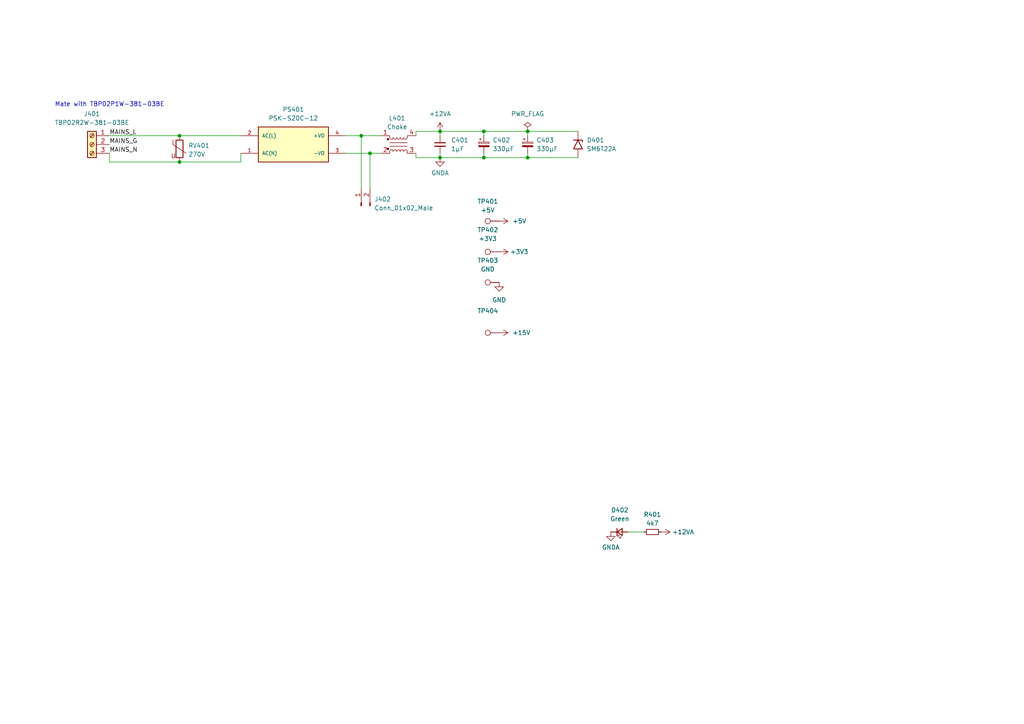
<source format=kicad_sch>
(kicad_sch (version 20211123) (generator eeschema)
  (paper "A4")
  (title_block (title "Dual Programmable Load Driver") (date "2022-04-01") (rev "2") (comment 1 "AC/DC mains supply to generate 12V") (comment 2 "Omit all components (except D402, R401) if not using built in mains switching supply") (comment 3 "Populate J402 for external +12V supply"))
  (lib_symbols
    (symbol "Connector:Conn_01x02_Male" (pin_names (offset 1.016) hide)
      (property "Reference" "J" (at 0 2.54 0))
      (property "Value" "Conn_01x02_Male" (at 0 -5.08 0))
      (symbol "Conn_01x02_Male_1_1"
        (polyline (pts (xy 1.27 -2.54) (xy 0.8636 -2.54)) (stroke (width 0.1524)))
        (polyline (pts (xy 1.27 0) (xy 0.8636 0)) (stroke (width 0.1524)))
        (rectangle (start 0.8636 -2.413) (end 0 -2.667) (stroke (width 0.1524)) (fill (type outline)))
        (rectangle (start 0.8636 0.127) (end 0 -0.127) (stroke (width 0.1524)) (fill (type outline)))
        (pin passive line (at 5.08 0 180) (length 3.81) (name "Pin_1") (number "1"))
        (pin passive line (at 5.08 -2.54 180) (length 3.81) (name "Pin_2") (number "2"))
      )
    )
    (symbol "Connector:Screw_Terminal_01x03" (pin_names (offset 1.016) hide)
      (property "Reference" "J" (at 0 5.08 0))
      (property "Value" "Screw_Terminal_01x03" (at 0 -5.08 0))
      (symbol "Screw_Terminal_01x03_1_1"
        (rectangle (start -1.27 3.81) (end 1.27 -3.81) (stroke (width 0.254)) (fill (type background)))
        (circle (center 0 -2.54) (radius 0.635) (stroke (width 0.1524)))
        (polyline (pts (xy -0.5334 -2.2098) (xy 0.3302 -3.048)) (stroke (width 0.1524)))
        (polyline (pts (xy -0.5334 0.3302) (xy 0.3302 -0.508)) (stroke (width 0.1524)))
        (polyline (pts (xy -0.5334 2.8702) (xy 0.3302 2.032)) (stroke (width 0.1524)))
        (polyline (pts (xy -0.3556 -2.032) (xy 0.508 -2.8702)) (stroke (width 0.1524)))
        (polyline (pts (xy -0.3556 0.508) (xy 0.508 -0.3302)) (stroke (width 0.1524)))
        (polyline (pts (xy -0.3556 3.048) (xy 0.508 2.2098)) (stroke (width 0.1524)))
        (circle (center 0 0) (radius 0.635) (stroke (width 0.1524)))
        (circle (center 0 2.54) (radius 0.635) (stroke (width 0.1524)))
        (pin passive line (at -5.08 2.54 0) (length 3.81) (name "Pin_1") (number "1"))
        (pin passive line (at -5.08 0 0) (length 3.81) (name "Pin_2") (number "2"))
        (pin passive line (at -5.08 -2.54 0) (length 3.81) (name "Pin_3") (number "3"))
      )
    )
    (symbol "Connector:TestPoint" (pin_numbers hide) (pin_names (offset 0.762) hide)
      (property "Reference" "TP" (at 0 6.858 0))
      (property "Value" "TestPoint" (at 0 5.08 0))
      (symbol "TestPoint_0_1"
        (circle (center 0 3.302) (radius 0.762))
      )
      (symbol "TestPoint_1_1"
        (pin passive line (at 0 0 90) (length 2.54) (name "1") (number "1"))
      )
    )
    (symbol "Device:C_Polarized_Small" (pin_numbers hide) (pin_names (offset 0.254) hide)
      (property "Reference" "C" (at 0.254 1.778 0))
      (property "Value" "C_Polarized_Small" (at 0.254 -2.032 0))
      (symbol "C_Polarized_Small_0_1"
        (rectangle (start -1.524 -0.3048) (end 1.524 -0.6858) (fill (type outline)))
        (rectangle (start -1.524 0.6858) (end 1.524 0.3048))
        (polyline (pts (xy -1.27 1.524) (xy -0.762 1.524)))
        (polyline (pts (xy -1.016 1.27) (xy -1.016 1.778)))
      )
      (symbol "C_Polarized_Small_1_1"
        (pin passive line (at 0 2.54 270) (length 1.8542) (name "~") (number "1"))
        (pin passive line (at 0 -2.54 90) (length 1.8542) (name "~") (number "2"))
      )
    )
    (symbol "Device:C_Small" (pin_numbers hide) (pin_names (offset 0.254) hide)
      (property "Reference" "C" (at 0.254 1.778 0))
      (property "Value" "C_Small" (at 0.254 -2.032 0))
      (symbol "C_Small_0_1"
        (polyline (pts (xy -1.524 -0.508) (xy 1.524 -0.508)) (stroke (width 0.3302)))
        (polyline (pts (xy -1.524 0.508) (xy 1.524 0.508)) (stroke (width 0.3048)))
      )
      (symbol "C_Small_1_1"
        (pin passive line (at 0 2.54 270) (length 2.032) (name "~") (number "1"))
        (pin passive line (at 0 -2.54 90) (length 2.032) (name "~") (number "2"))
      )
    )
    (symbol "Device:LED_Small" (pin_numbers hide) (pin_names (offset 0.254) hide)
      (property "Reference" "D" (at -1.27 3.175 0))
      (property "Value" "LED_Small" (at -4.445 -2.54 0))
      (symbol "LED_Small_0_1"
        (polyline (pts (xy -0.762 -1.016) (xy -0.762 1.016)) (stroke (width 0.254)))
        (polyline (pts (xy 1.016 0) (xy -0.762 0)))
        (polyline (pts (xy 0.762 -1.016) (xy -0.762 0) (xy 0.762 1.016) (xy 0.762 -1.016)) (stroke (width 0.254)))
        (polyline (pts (xy 0 0.762) (xy -0.508 1.27) (xy -0.254 1.27) (xy -0.508 1.27) (xy -0.508 1.016)))
        (polyline (pts (xy 0.508 1.27) (xy 0 1.778) (xy 0.254 1.778) (xy 0 1.778) (xy 0 1.524)))
      )
      (symbol "LED_Small_1_1"
        (pin passive line (at -2.54 0 0) (length 1.778) (name "K") (number "1"))
        (pin passive line (at 2.54 0 180) (length 1.778) (name "A") (number "2"))
      )
    )
    (symbol "Device:L_Iron_Coupled_1423" (pin_names (offset 0.254) hide)
      (property "Reference" "L" (at 0 4.445 0))
      (property "Value" "L_Iron_Coupled_1423" (at 0 -4.445 0))
      (symbol "L_Iron_Coupled_1423_0_1"
        (circle (center -3.048 -1.27) (radius 0.254) (fill (type outline)))
        (circle (center -3.048 1.524) (radius 0.254) (fill (type outline)))
        (arc (start -2.54 2.032) (mid -2.032 1.524) (end -1.524 2.032))
        (arc (start -1.524 -2.032) (mid -2.032 -1.524) (end -2.54 -2.032))
        (arc (start -1.524 2.032) (mid -1.016 1.524) (end -0.508 2.032))
        (arc (start -0.508 -2.032) (mid -1.016 -1.524) (end -1.524 -2.032))
        (arc (start -0.508 2.032) (mid 0 1.524) (end 0.508 2.032))
        (polyline (pts (xy -2.54 -2.032) (xy -2.54 -2.54)))
        (polyline (pts (xy -2.54 0.508) (xy 2.54 0.508)))
        (polyline (pts (xy -2.54 2.032) (xy -2.54 2.54)))
        (polyline (pts (xy 2.54 -2.032) (xy 2.54 -2.54)))
        (polyline (pts (xy 2.54 -0.508) (xy -2.54 -0.508)))
        (polyline (pts (xy 2.54 2.54) (xy 2.54 2.032)))
        (arc (start 0.508 -2.032) (mid 0 -1.524) (end -0.508 -2.032))
        (arc (start 0.508 2.032) (mid 1.016 1.524) (end 1.524 2.032))
        (arc (start 1.524 -2.032) (mid 1.016 -1.524) (end 0.508 -2.032))
        (arc (start 1.524 2.032) (mid 2.032 1.524) (end 2.54 2.032))
        (arc (start 2.54 -2.032) (mid 2.032 -1.524) (end 1.524 -2.032))
      )
      (symbol "L_Iron_Coupled_1423_1_1"
        (pin passive line (at -5.08 2.54 0) (length 2.54) (name "1") (number "1"))
        (pin passive line (at -5.08 -2.54 0) (length 2.54) (name "2") (number "2"))
        (pin passive line (at 5.08 -2.54 180) (length 2.54) (name "3") (number "3"))
        (pin passive line (at 5.08 2.54 180) (length 2.54) (name "4") (number "4"))
      )
    )
    (symbol "Device:R_Small" (pin_numbers hide) (pin_names (offset 0.254) hide)
      (property "Reference" "R" (at 0.762 0.508 0))
      (property "Value" "R_Small" (at 0.762 -1.016 0))
      (symbol "R_Small_0_1"
        (rectangle (start -0.762 1.778) (end 0.762 -1.778) (stroke (width 0.2032)))
      )
      (symbol "R_Small_1_1"
        (pin passive line (at 0 2.54 270) (length 0.762) (name "~") (number "1"))
        (pin passive line (at 0 -2.54 90) (length 0.762) (name "~") (number "2"))
      )
    )
    (symbol "Device:Varistor" (pin_numbers hide) (pin_names (offset 0))
      (property "Reference" "RV" (at 3.175 0 90))
      (property "Value" "Varistor" (at -3.175 0 90))
      (symbol "Varistor_0_0"
        (text "U" (at -1.778 -2.032 0) (effects (font (size 1.27 1.27))))
      )
      (symbol "Varistor_0_1"
        (rectangle (start -1.016 -2.54) (end 1.016 2.54) (stroke (width 0.254)))
        (polyline (pts (xy -1.905 2.54) (xy -1.905 1.27) (xy 1.905 -1.27)))
      )
      (symbol "Varistor_1_1"
        (pin passive line (at 0 3.81 270) (length 1.27) (name "~") (number "1"))
        (pin passive line (at 0 -3.81 90) (length 1.27) (name "~") (number "2"))
      )
    )
    (symbol "Diode:SM6T22A" (pin_numbers hide) (pin_names (offset 1.016) hide)
      (property "Reference" "D" (at 0 2.54 0))
      (property "Value" "SM6T22A" (at 0 -2.54 0))
      (symbol "SM6T22A_0_1"
        (polyline (pts (xy -0.762 1.27) (xy -1.27 1.27) (xy -1.27 -1.27)) (stroke (width 0.254)))
        (polyline (pts (xy 1.27 1.27) (xy 1.27 -1.27) (xy -1.27 0) (xy 1.27 1.27)) (stroke (width 0.254)))
      )
      (symbol "SM6T22A_1_1"
        (pin passive line (at -3.81 0 0) (length 2.54) (name "A1") (number "1"))
        (pin passive line (at 3.81 0 180) (length 2.54) (name "A2") (number "2"))
      )
    )
    (symbol "power:+12VA" (power) (pin_names (offset 0))
      (property "Value" "+12VA" (at 0 3.556 0))
      (symbol "+12VA_0_1"
        (polyline (pts (xy -0.762 1.27) (xy 0 2.54)))
        (polyline (pts (xy 0 0) (xy 0 2.54)))
        (polyline (pts (xy 0 2.54) (xy 0.762 1.27)))
      )
      (symbol "+12VA_1_1"
        (pin power_in line (at 0 0 90) (length 0) hide (name "+12VA") (number "1"))
      )
    )
    (symbol "power:+15V" (power) (pin_names (offset 0))
      (property "Value" "+15V" (at 0 3.556 0))
      (symbol "+15V_0_1"
        (polyline (pts (xy -0.762 1.27) (xy 0 2.54)))
        (polyline (pts (xy 0 0) (xy 0 2.54)))
        (polyline (pts (xy 0 2.54) (xy 0.762 1.27)))
      )
      (symbol "+15V_1_1"
        (pin power_in line (at 0 0 90) (length 0) hide (name "+15V") (number "1"))
      )
    )
    (symbol "power:+3V3" (power) (pin_names (offset 0))
      (property "Value" "+3V3" (at 0 3.556 0))
      (symbol "+3V3_0_1"
        (polyline (pts (xy -0.762 1.27) (xy 0 2.54)))
        (polyline (pts (xy 0 0) (xy 0 2.54)))
        (polyline (pts (xy 0 2.54) (xy 0.762 1.27)))
      )
      (symbol "+3V3_1_1"
        (pin power_in line (at 0 0 90) (length 0) hide (name "+3V3") (number "1"))
      )
    )
    (symbol "power:+5V" (power) (pin_names (offset 0))
      (property "Value" "+5V" (at 0 3.556 0))
      (symbol "+5V_0_1"
        (polyline (pts (xy -0.762 1.27) (xy 0 2.54)))
        (polyline (pts (xy 0 0) (xy 0 2.54)))
        (polyline (pts (xy 0 2.54) (xy 0.762 1.27)))
      )
      (symbol "+5V_1_1"
        (pin power_in line (at 0 0 90) (length 0) hide (name "+5V") (number "1"))
      )
    )
    (symbol "power:GND" (power) (pin_names (offset 0))
      (property "Value" "GND" (at 0 -3.81 0))
      (symbol "GND_0_1"
        (polyline (pts (xy 0 0) (xy 0 -1.27) (xy 1.27 -1.27) (xy 0 -2.54) (xy -1.27 -1.27) (xy 0 -1.27)))
      )
      (symbol "GND_1_1"
        (pin power_in line (at 0 0 270) (length 0) hide (name "GND") (number "1"))
      )
    )
    (symbol "power:GNDA" (power) (pin_names (offset 0))
      (property "Value" "GNDA" (at 0 -3.81 0))
      (symbol "GNDA_0_1"
        (polyline (pts (xy 0 0) (xy 0 -1.27) (xy 1.27 -1.27) (xy 0 -2.54) (xy -1.27 -1.27) (xy 0 -1.27)))
      )
      (symbol "GNDA_1_1"
        (pin power_in line (at 0 0 270) (length 0) hide (name "GNDA") (number "1"))
      )
    )
    (symbol "power:PWR_FLAG" (power) (pin_numbers hide) (pin_names (offset 0) hide)
      (property "Value" "PWR_FLAG" (at 0 3.81 0))
      (symbol "PWR_FLAG_0_0"
        (pin power_out line (at 0 0 90) (length 0) (name "pwr") (number "1"))
      )
      (symbol "PWR_FLAG_0_1"
        (polyline (pts (xy 0 0) (xy 0 1.27) (xy -1.016 1.905) (xy 0 2.54) (xy 1.016 1.905) (xy 0 1.27)))
      )
    )
    (symbol "programmable-load:PSK-S20C-12" (pin_names (offset 1.016))
      (property "Reference" "PS" (at -10.16 5.842 0))
      (property "Value" "PSK-S20C-12" (at -10.16 -7.6454 0))
      (symbol "PSK-S20C-12_0_0"
        (rectangle (start -10.16 -5.08) (end 10.16 5.08) (stroke (width 0.254)) (fill (type background)))
        (pin input line (at -15.24 -2.54 0) (length 5.08) (name "AC(N)") (number "1"))
        (pin input line (at -15.24 2.54 0) (length 5.08) (name "AC(L)") (number "2"))
        (pin output line (at 15.24 -2.54 180) (length 5.08) (name "-VO") (number "3"))
        (pin output line (at 15.24 2.54 180) (length 5.08) (name "+VO") (number "4"))
      )
    )
  )
  (junction (at 153.035 38.1))
  (junction (at 127.635 38.1))
  (junction (at 52.07 39.37))
  (junction (at 153.035 45.72))
  (junction (at 140.335 45.72))
  (junction (at 107.315 44.45))
  (junction (at 52.07 46.99))
  (junction (at 104.775 39.37))
  (junction (at 140.335 38.1))
  (junction (at 127.635 45.72))
  (wire (pts (xy 127.635 45.72) (xy 120.65 45.72)))
  (wire (pts (xy 104.775 39.37) (xy 104.775 54.61)))
  (wire (pts (xy 167.64 38.1) (xy 153.035 38.1)))
  (wire (pts (xy 153.035 44.45) (xy 153.035 45.72)))
  (wire (pts (xy 31.75 44.45) (xy 31.75 46.99)))
  (wire (pts (xy 69.85 46.99) (xy 52.07 46.99)))
  (wire (pts (xy 104.775 39.37) (xy 110.49 39.37)))
  (wire (pts (xy 140.335 38.1) (xy 140.335 39.37)))
  (wire (pts (xy 31.75 39.37) (xy 52.07 39.37)))
  (wire (pts (xy 69.85 44.45) (xy 69.85 46.99)))
  (wire (pts (xy 120.65 45.72) (xy 120.65 44.45)))
  (wire (pts (xy 153.035 38.1) (xy 153.035 39.37)))
  (wire (pts (xy 153.035 45.72) (xy 140.335 45.72)))
  (wire (pts (xy 31.75 46.99) (xy 52.07 46.99)))
  (wire (pts (xy 107.315 54.61) (xy 107.315 44.45)))
  (wire (pts (xy 140.335 38.1) (xy 127.635 38.1)))
  (wire (pts (xy 167.64 45.72) (xy 153.035 45.72)))
  (wire (pts (xy 140.335 45.72) (xy 127.635 45.72)))
  (wire (pts (xy 127.635 44.45) (xy 127.635 45.72)))
  (wire (pts (xy 100.33 39.37) (xy 104.775 39.37)))
  (wire (pts (xy 127.635 38.1) (xy 120.65 38.1)))
  (wire (pts (xy 140.335 44.45) (xy 140.335 45.72)))
  (wire (pts (xy 52.07 39.37) (xy 69.85 39.37)))
  (wire (pts (xy 153.035 38.1) (xy 140.335 38.1)))
  (wire (pts (xy 127.635 38.1) (xy 127.635 39.37)))
  (wire (pts (xy 182.245 154.305) (xy 186.69 154.305)))
  (wire (pts (xy 107.315 44.45) (xy 110.49 44.45)))
  (wire (pts (xy 120.65 38.1) (xy 120.65 39.37)))
  (wire (pts (xy 100.33 44.45) (xy 107.315 44.45)))
  (text "Mate with TBP02P1W-381-03BE" (at 15.875 31.115 0) (effects (font (size 1.27 1.27)) (justify left bottom)))
  (label "MAINS_G" (at 31.75 41.91 0))
  (label "MAINS_L" (at 31.75 39.37 0))
  (label "MAINS_N" (at 31.75 44.45 0))
  (symbol (lib_id "Diode:SM6T22A") (at 167.64 41.91 270) (unit 1)
    (property "Reference" "D401" (at 170.18 40.6399 90) (effects (justify left)))
    (property "Value" "SM6T22A" (at 170.18 43.1799 90) (effects (justify left)))
    (property "Footprint" "Diode_SMD:D_SMB" (effects hide))
    (property "Datasheet" "https://www.st.com/resource/en/datasheet/sm6t.pdf" (effects hide))
  )
  (symbol (lib_id "Connector:TestPoint") (at 144.78 81.915 90) (mirror x) (unit 1)
    (property "Reference" "TP403" (at 141.478 75.565 90))
    (property "Value" "GND" (at 141.478 78.105 90))
    (property "Footprint" "TestPoint:TestPoint_Keystone_5000-5004_Miniature" (effects hide))
    (property "Color" "Black" (effects hide))
    (property "MPN" "5001" (effects hide))
  )
  (symbol (lib_id "programmable-load:PSK-S20C-12") (at 85.09 41.91 0) (unit 1)
    (property "Reference" "PS401" (at 85.09 31.75 0))
    (property "Value" "PSK-S20C-12" (at 85.09 34.29 0))
    (property "Footprint" "programmable-load:CONV_PSK-S20C-12" (effects hide))
    (property "Datasheet" "https://www.cui.com/product/resource/psk-s20c.pdf" (effects hide))
    (property "MAXIMUM_PACKAGE_HEIGHT" "23.5mm" (effects hide))
    (property "MANUFACTURER" "CUI Inc." (effects hide))
    (property "PARTREV" "1.0" (effects hide))
  )
  (symbol (lib_id "power:GNDA") (at 177.165 154.305 0) (unit 1)
    (property "Reference" "#PWR0406" (effects hide))
    (property "Value" "GNDA" (at 177.165 158.75 0))
  )
  (symbol (lib_id "power:PWR_FLAG") (at 153.035 38.1 0) (unit 1)
    (property "Reference" "#FLG0401" (effects hide))
    (property "Value" "PWR_FLAG" (at 153.035 33.02 0))
  )
  (symbol (lib_id "Connector:Conn_01x02_Male") (at 104.775 59.69 90) (unit 1)
    (property "Reference" "J402" (at 108.585 57.7849 90) (effects (justify right)))
    (property "Value" "Conn_01x02_Male" (at 108.585 60.3249 90) (effects (justify right)))
    (property "Footprint" "Connector_JST:JST_VH_B2P-VH-B_1x02_P3.96mm_Vertical" (effects hide))
  )
  (symbol (lib_id "power:+3V3") (at 144.78 73.025 270) (unit 1)
    (property "Reference" "#PWR0404" (effects hide))
    (property "Value" "+3V3" (at 147.955 73.025 90) (effects (justify left)))
  )
  (symbol (lib_id "Device:C_Polarized_Small") (at 153.035 41.91 0) (unit 1)
    (property "Reference" "C403" (at 155.575 40.64 0) (effects (justify left)))
    (property "Value" "330µF" (at 155.575 43.18 0) (effects (justify left)))
    (property "Footprint" "Capacitor_THT:CP_Radial_D8.0mm_P3.50mm" (effects hide))
    (property "MPN" "A750KS337M1EAAE018" (effects hide))
  )
  (symbol (lib_id "power:GND") (at 144.78 81.915 0) (unit 1)
    (property "Reference" "#PWR0405" (effects hide))
    (property "Value" "GND" (at 144.78 86.995 0))
  )
  (symbol (lib_id "Device:Varistor") (at 52.07 43.18 0) (unit 1)
    (property "Reference" "RV401" (at 54.61 42.2227 0) (effects (justify left)))
    (property "Value" "270V" (at 54.61 44.7627 0) (effects (justify left)))
    (property "Footprint" "Varistor:RV_Disc_D7mm_W4.2mm_P5mm" (effects hide))
    (property "MPN" "271KD07-TR" (effects hide))
  )
  (symbol (lib_id "power:GNDA") (at 127.635 45.72 0) (unit 1)
    (property "Reference" "#PWR0402" (effects hide))
    (property "Value" "GNDA" (at 127.635 50.165 0))
  )
  (symbol (lib_id "power:+5V") (at 144.78 64.135 270) (unit 1)
    (property "Reference" "#PWR0403" (effects hide))
    (property "Value" "+5V" (at 148.59 64.1349 90) (effects (justify left)))
  )
  (symbol (lib_id "power:+12VA") (at 191.77 154.305 270) (unit 1)
    (property "Reference" "#PWR0407" (effects hide))
    (property "Value" "+12VA" (at 194.945 154.305 90) (effects (justify left)))
  )
  (symbol (lib_id "Device:C_Polarized_Small") (at 140.335 41.91 0) (unit 1)
    (property "Reference" "C402" (at 142.875 40.64 0) (effects (justify left)))
    (property "Value" "330µF" (at 142.875 43.18 0) (effects (justify left)))
    (property "Footprint" "Capacitor_THT:CP_Radial_D8.0mm_P3.50mm" (effects hide))
    (property "MPN" "A750KS337M1EAAE018" (effects hide))
  )
  (symbol (lib_id "Device:R_Small") (at 189.23 154.305 270) (mirror x) (unit 1)
    (property "Reference" "R401" (at 189.23 149.225 90))
    (property "Value" "4k7" (at 189.23 151.765 90))
    (property "Footprint" "Resistor_SMD:R_0805_2012Metric_Pad1.20x1.40mm_HandSolder" (effects hide))
  )
  (symbol (lib_id "Device:C_Small") (at 127.635 41.91 0) (unit 1)
    (property "Reference" "C401" (at 130.81 40.6462 0) (effects (justify left)))
    (property "Value" "1µF" (at 130.81 43.1862 0) (effects (justify left)))
    (property "Footprint" "Capacitor_SMD:C_0805_2012Metric_Pad1.18x1.45mm_HandSolder" (effects hide))
    (property "MPN" "187-CL21B105KBFNNNG" (effects hide))
  )
  (symbol (lib_id "Connector:TestPoint") (at 144.78 73.025 90) (mirror x) (unit 1)
    (property "Reference" "TP402" (at 141.478 66.675 90))
    (property "Value" "+3V3" (at 141.478 69.215 90))
    (property "Footprint" "TestPoint:TestPoint_Keystone_5000-5004_Miniature" (effects hide))
    (property "Color" "Red" (effects hide))
    (property "MPN" "5000" (effects hide))
  )
  (symbol (lib_id "Device:L_Iron_Coupled_1423") (at 115.57 41.91 0) (unit 1)
    (property "Reference" "L401" (at 115.189 34.29 0))
    (property "Value" "Choke" (at 115.189 36.83 0))
    (property "Footprint" "programmable-load:TDK-ACM1513-0-0-MFG" (effects hide))
    (property "MPN" "ACM1513-551-2PL-TLHF" (effects hide))
  )
  (symbol (lib_id "Connector:Screw_Terminal_01x03") (at 26.67 41.91 0) (mirror y) (unit 1)
    (property "Reference" "J401" (at 26.67 33.02 0))
    (property "Value" "TBP02R2W-381-03BE" (at 26.67 35.56 0))
    (property "Footprint" "programmable-load:CUI_TBP02R2W-381-03BE" (effects hide))
  )
  (symbol (lib_id "power:+15V") (at 144.78 96.52 270) (unit 1)
    (property "Reference" "#PWR0408" (effects hide))
  )
  (symbol (lib_id "power:+12VA") (at 127.635 38.1 0) (unit 1)
    (property "Reference" "#PWR0401" (effects hide))
    (property "Value" "+12VA" (at 127.635 33.02 0))
  )
  (symbol (lib_id "Device:LED_Small") (at 179.705 154.305 0) (mirror x) (unit 1)
    (property "Reference" "D402" (at 179.7685 147.955 0))
    (property "Value" "Green" (at 179.7685 150.495 0))
    (property "Footprint" "LED_SMD:LED_0805_2012Metric_Pad1.15x1.40mm_HandSolder" (effects hide))
    (property "MPN" "150080VS75000" (effects hide))
  )
  (symbol (lib_id "Connector:TestPoint") (at 144.78 96.52 90) (mirror x) (unit 1)
    (property "Reference" "TP404" (at 141.478 90.17 90))
    (property "Footprint" "TestPoint:TestPoint_Keystone_5000-5004_Miniature" (effects hide))
    (property "Color" "Red" (effects hide))
    (property "MPN" "5000" (effects hide))
  )
  (symbol (lib_id "Connector:TestPoint") (at 144.78 64.135 90) (mirror x) (unit 1)
    (property "Reference" "TP401" (at 141.478 58.42 90))
    (property "Value" "+5V" (at 141.478 60.96 90))
    (property "Footprint" "TestPoint:TestPoint_Keystone_5000-5004_Miniature" (effects hide))
    (property "Color" "Red" (effects hide))
    (property "MPN" "5000" (effects hide))
  )
)
</source>
